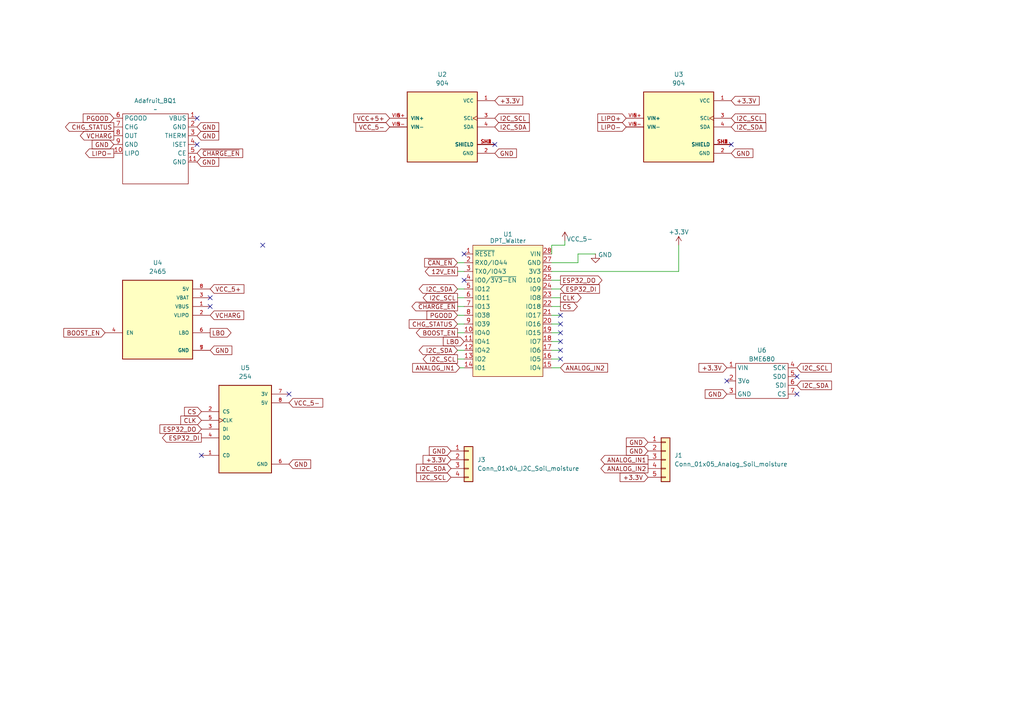
<source format=kicad_sch>
(kicad_sch (version 20231120) (generator "eeschema") (generator_version "8.0")
  (paper "A4")
  (lib_symbols
    (symbol "Adafruit_INA219:904" (pin_names (offset 1.016))
      (property "Reference" "U" (at -10.16 10.922 0))
      (property "Value" "904" (at -10.16 -12.7 0))
      (symbol "904_0_0"
        (rectangle (start -10.16 -10.16) (end 10.16 10.16) (stroke (width 0.254)) (fill (type background)))
        (pin power_in line (at 15.24 7.62 180) (length 5.08) (name "VCC") (number "1"))
        (pin power_in line (at 15.24 -7.62 180) (length 5.08) (name "GND") (number "2"))
        (pin input clock (at 15.24 2.54 180) (length 5.08) (name "SCL") (number "3"))
        (pin bidirectional line (at 15.24 0 180) (length 5.08) (name "SDA") (number "4"))
        (pin input line (at -15.24 0 0) (length 5.08) (name "VIN-") (number "5"))
        (pin input line (at -15.24 2.54 0) (length 5.08) (name "VIN+") (number "6"))
        (pin passive line (at 15.24 -5.08 180) (length 5.08) (name "SHIELD") (number "SH1"))
        (pin passive line (at 15.24 -5.08 180) (length 5.08) (name "SHIELD") (number "SH2"))
        (pin passive line (at 15.24 -5.08 180) (length 5.08) (name "SHIELD") (number "SH3"))
        (pin passive line (at 15.24 -5.08 180) (length 5.08) (name "SHIELD") (number "SH4"))
        (pin input line (at -15.24 2.54 0) (length 5.08) (name "VIN+") (number "VIN+"))
        (pin input line (at -15.24 0 0) (length 5.08) (name "VIN-") (number "VIN-"))
      )
    )
    (symbol "Adafruit_Powerboost1000:2465" (pin_names (offset 1.016))
      (property "Reference" "U" (at -10.16 10.795 0))
      (property "Value" "2465" (at -10.16 -15.24 0))
      (symbol "2465_0_0"
        (rectangle (start -10.16 -12.7) (end 10.16 10.16) (stroke (width 0.254)) (fill (type background)))
        (pin power_in line (at 15.24 2.54 180) (length 5.08) (name "VBUS") (number "1"))
        (pin power_in line (at 15.24 0 180) (length 5.08) (name "VLIPO") (number "2"))
        (pin power_in line (at 15.24 5.08 180) (length 5.08) (name "VBAT") (number "3"))
        (pin input line (at -15.24 -5.08 0) (length 5.08) (name "EN") (number "4"))
        (pin power_in line (at 15.24 -10.16 180) (length 5.08) (name "GND") (number "5"))
        (pin output line (at 15.24 -5.08 180) (length 5.08) (name "LBO") (number "6"))
        (pin power_in line (at 15.24 -10.16 180) (length 5.08) (name "GND") (number "7"))
        (pin power_in line (at 15.24 7.62 180) (length 5.08) (name "5V") (number "8"))
      )
    )
    (symbol "Adafruit_microSD:254" (pin_names (offset 1.016))
      (property "Reference" "U" (at -7.62 13.462 0))
      (property "Value" "254" (at -7.62 -15.24 0))
      (symbol "254_0_0"
        (rectangle (start -7.62 -12.7) (end 7.62 12.7) (stroke (width 0.254)) (fill (type background)))
        (pin bidirectional line (at -12.7 -7.62 0) (length 5.08) (name "CD") (number "1"))
        (pin input line (at -12.7 5.08 0) (length 5.08) (name "CS") (number "2"))
        (pin input line (at -12.7 0 0) (length 5.08) (name "DI") (number "3"))
        (pin output line (at -12.7 -2.54 0) (length 5.08) (name "DO") (number "4"))
        (pin input clock (at -12.7 2.54 0) (length 5.08) (name "CLK") (number "5"))
        (pin power_in line (at 12.7 -10.16 180) (length 5.08) (name "GND") (number "6"))
        (pin power_in line (at 12.7 10.16 180) (length 5.08) (name "3V") (number "7"))
        (pin power_in line (at 12.7 7.62 180) (length 5.08) (name "5V") (number "8"))
      )
    )
    (symbol "Connector_Generic:Conn_01x04" (pin_names (offset 1.016) hide)
      (property "Reference" "J" (at 0 5.08 0))
      (property "Value" "Conn_01x04" (at 0 -7.62 0))
      (symbol "Conn_01x04_1_1"
        (rectangle (start -1.27 -4.953) (end 0 -5.207) (stroke (width 0.1524)))
        (rectangle (start -1.27 -2.413) (end 0 -2.667) (stroke (width 0.1524)))
        (rectangle (start -1.27 0.127) (end 0 -0.127) (stroke (width 0.1524)))
        (rectangle (start -1.27 2.667) (end 0 2.413) (stroke (width 0.1524)))
        (rectangle (start -1.27 3.81) (end 1.27 -6.35) (stroke (width 0.254)) (fill (type background)))
        (pin passive line (at -5.08 2.54 0) (length 3.81) (name "Pin_1") (number "1"))
        (pin passive line (at -5.08 0 0) (length 3.81) (name "Pin_2") (number "2"))
        (pin passive line (at -5.08 -2.54 0) (length 3.81) (name "Pin_3") (number "3"))
        (pin passive line (at -5.08 -5.08 0) (length 3.81) (name "Pin_4") (number "4"))
      )
    )
    (symbol "Connector_Generic:Conn_01x05" (pin_names (offset 1.016) hide)
      (property "Reference" "J" (at 0 7.62 0))
      (property "Value" "Conn_01x05" (at 0 -7.62 0))
      (symbol "Conn_01x05_1_1"
        (rectangle (start -1.27 -4.953) (end 0 -5.207) (stroke (width 0.1524)))
        (rectangle (start -1.27 -2.413) (end 0 -2.667) (stroke (width 0.1524)))
        (rectangle (start -1.27 0.127) (end 0 -0.127) (stroke (width 0.1524)))
        (rectangle (start -1.27 2.667) (end 0 2.413) (stroke (width 0.1524)))
        (rectangle (start -1.27 5.207) (end 0 4.953) (stroke (width 0.1524)))
        (rectangle (start -1.27 6.35) (end 1.27 -6.35) (stroke (width 0.254)) (fill (type background)))
        (pin passive line (at -5.08 5.08 0) (length 3.81) (name "Pin_1") (number "1"))
        (pin passive line (at -5.08 2.54 0) (length 3.81) (name "Pin_2") (number "2"))
        (pin passive line (at -5.08 0 0) (length 3.81) (name "Pin_3") (number "3"))
        (pin passive line (at -5.08 -2.54 0) (length 3.81) (name "Pin_4") (number "4"))
        (pin passive line (at -5.08 -5.08 0) (length 3.81) (name "Pin_5") (number "5"))
      )
    )
    (symbol "adafruit_custom:Adafruit_BME680"
      (property "Reference" "U" (at 0 0 0))
      (symbol "Adafruit_BME680_0_1"
        (rectangle (start -7.62 5.08) (end 7.62 -5.08))
      )
      (symbol "Adafruit_BME680_1_1"
        (pin input line (at -10.16 3.81 0) (length 2.54) (name "VIN") (number "1"))
        (pin input line (at -10.16 0 0) (length 2.54) (name "3Vo") (number "2"))
        (pin input line (at -10.16 -3.81 0) (length 2.54) (name "GND") (number "3"))
        (pin input line (at 10.16 3.81 180) (length 2.54) (name "SCK") (number "4"))
        (pin output line (at 10.16 1.27 180) (length 2.54) (name "SDO") (number "5"))
        (pin input line (at 10.16 -1.27 180) (length 2.54) (name "SDI") (number "6"))
        (pin input line (at 10.16 -3.81 180) (length 2.54) (name "CS") (number "7"))
      )
    )
    (symbol "adafruit_custom:Adafruit_BQ24074"
      (property "Reference" "Adafruit_BQ24074" (at -0.762 -9.398 0))
      (symbol "Adafruit_BQ24074_0_1"
        (rectangle (start -10.16 8.89) (end 8.89 -11.43))
      )
      (symbol "Adafruit_BQ24074_1_1"
        (pin input line (at 11.43 7.62 180) (length 2.54) (name "VBUS") (number "1"))
        (pin input line (at -12.7 -2.54 0) (length 2.54) (name "LIPO") (number "10"))
        (pin input line (at 11.43 -5.08 180) (length 2.54) (name "GND") (number "11"))
        (pin input line (at 11.43 5.08 180) (length 2.54) (name "GND") (number "2"))
        (pin input line (at 11.43 2.54 180) (length 2.54) (name "THERM") (number "3"))
        (pin input line (at 11.43 0 180) (length 2.54) (name "ISET") (number "4"))
        (pin input line (at 11.43 -2.54 180) (length 2.54) (name "CE") (number "5"))
        (pin output line (at -12.7 7.62 0) (length 2.54) (name "PGOOD") (number "6"))
        (pin output line (at -12.7 5.08 0) (length 2.54) (name "CHG") (number "7"))
        (pin output line (at -12.7 2.54 0) (length 2.54) (name "OUT") (number "8"))
        (pin input line (at -12.7 0 0) (length 2.54) (name "GND") (number "9"))
      )
    )
    (symbol "power:+3.3V" (power) (pin_names (offset 0))
      (property "Value" "+3.3V" (at 0 3.556 0))
      (symbol "+3.3V_0_1"
        (polyline (pts (xy -0.762 1.27) (xy 0 2.54)))
        (polyline (pts (xy 0 0) (xy 0 2.54)))
        (polyline (pts (xy 0 2.54) (xy 0.762 1.27)))
      )
      (symbol "+3.3V_1_1"
        (pin power_in line (at 0 0 90) (length 0) hide (name "+3.3V") (number "1"))
      )
    )
    (symbol "power:+5V" (power) (pin_names (offset 0))
      (property "Value" "+5V" (at 0 3.556 0))
      (symbol "+5V_0_1"
        (polyline (pts (xy -0.762 1.27) (xy 0 2.54)))
        (polyline (pts (xy 0 0) (xy 0 2.54)))
        (polyline (pts (xy 0 2.54) (xy 0.762 1.27)))
      )
      (symbol "+5V_1_1"
        (pin power_in line (at 0 0 90) (length 0) hide (name "+5V") (number "1"))
      )
    )
    (symbol "power:GND" (power) (pin_numbers hide) (pin_names (offset 0) hide)
      (property "Value" "GND" (at 0 -3.81 0))
      (symbol "GND_0_1"
        (polyline (pts (xy 0 0) (xy 0 -1.27) (xy 1.27 -1.27) (xy 0 -2.54) (xy -1.27 -1.27) (xy 0 -1.27)))
      )
      (symbol "GND_1_1"
        (pin power_in line (at 0 0 270) (length 0) (name "~") (number "1"))
      )
    )
    (symbol "walter:DPT_Walter"
      (property "Reference" "U" (at 0 20.955 0))
      (property "Value" "DPT_Walter" (at 0 19.05 0))
      (symbol "DPT_Walter_0_1"
        (rectangle (start -10.16 17.78) (end 10.16 -20.32) (stroke (width 0.1524)) (fill (type background)))
      )
      (symbol "DPT_Walter_1_1"
        (pin input line (at -12.7 15.24 0) (length 2.54) (name "~{RESET}") (number "1"))
        (pin input line (at -12.7 -7.62 0) (length 2.54) (name "IO40") (number "10"))
        (pin bidirectional line (at -12.7 -10.16 0) (length 2.54) (name "IO41") (number "11"))
        (pin bidirectional line (at -12.7 -12.7 0) (length 2.54) (name "IO42") (number "12"))
        (pin bidirectional line (at -12.7 -15.24 0) (length 2.54) (name "IO2") (number "13"))
        (pin bidirectional line (at -12.7 -17.78 0) (length 2.54) (name "IO1") (number "14"))
        (pin bidirectional line (at 12.7 -17.78 180) (length 2.54) (name "IO4") (number "15"))
        (pin bidirectional line (at 12.7 -15.24 180) (length 2.54) (name "IO5") (number "16"))
        (pin bidirectional line (at 12.7 -12.7 180) (length 2.54) (name "IO6") (number "17"))
        (pin bidirectional line (at 12.7 -10.16 180) (length 2.54) (name "IO7") (number "18"))
        (pin bidirectional line (at 12.7 -7.62 180) (length 2.54) (name "IO15") (number "19"))
        (pin bidirectional line (at -12.7 12.7 0) (length 2.54) (name "RX0/IO44") (number "2"))
        (pin bidirectional line (at 12.7 -5.08 180) (length 2.54) (name "IO16") (number "20"))
        (pin bidirectional line (at 12.7 -2.54 180) (length 2.54) (name "IO17") (number "21"))
        (pin bidirectional line (at 12.7 0 180) (length 2.54) (name "IO18") (number "22"))
        (pin bidirectional line (at 12.7 2.54 180) (length 2.54) (name "IO8") (number "23"))
        (pin bidirectional line (at 12.7 5.08 180) (length 2.54) (name "IO9") (number "24"))
        (pin bidirectional line (at 12.7 7.62 180) (length 2.54) (name "IO10") (number "25"))
        (pin power_out line (at 12.7 10.16 180) (length 2.54) (name "3V3") (number "26"))
        (pin power_in line (at 12.7 12.7 180) (length 2.54) (name "GND") (number "27"))
        (pin power_in line (at 12.7 15.24 180) (length 2.54) (name "VIN") (number "28"))
        (pin bidirectional line (at -12.7 10.16 0) (length 2.54) (name "TX0/IO43") (number "3"))
        (pin bidirectional line (at -12.7 7.62 0) (length 2.54) (name "IO0/~{3V3-EN}") (number "4"))
        (pin bidirectional line (at -12.7 5.08 0) (length 2.54) (name "IO12") (number "5"))
        (pin bidirectional line (at -12.7 2.54 0) (length 2.54) (name "IO11") (number "6"))
        (pin bidirectional line (at -12.7 0 0) (length 2.54) (name "IO13") (number "7"))
        (pin bidirectional line (at -12.7 -2.54 0) (length 2.54) (name "IO38") (number "8"))
        (pin bidirectional line (at -12.7 -5.08 0) (length 2.54) (name "IO39") (number "9"))
      )
    )
  )
  (no_connect (at 231.14 109.22))
  (no_connect (at 60.96 88.9))
  (no_connect (at 134.62 81.28))
  (no_connect (at 162.56 96.52))
  (no_connect (at 60.96 86.36))
  (no_connect (at 76.2 71.12))
  (no_connect (at 162.56 99.06))
  (no_connect (at 162.56 91.44))
  (no_connect (at 231.14 114.3))
  (no_connect (at 83.82 114.3))
  (no_connect (at 57.15 34.29))
  (no_connect (at 162.56 93.98))
  (no_connect (at 162.56 101.6))
  (no_connect (at 143.51 41.91))
  (no_connect (at 134.62 73.66))
  (no_connect (at 210.82 110.49))
  (no_connect (at 57.15 41.91))
  (no_connect (at 58.42 132.08))
  (no_connect (at 162.56 104.14))
  (no_connect (at 212.09 41.91))
  (wire (pts (xy 163.83 69.85) (xy 163.83 71.12)))
  (wire (pts (xy 132.715 76.2) (xy 134.62 76.2)))
  (wire (pts (xy 160.02 81.28) (xy 162.56 81.28)))
  (wire (pts (xy 160.02 91.44) (xy 162.56 91.44)))
  (wire (pts (xy 160.02 99.06) (xy 162.56 99.06)))
  (wire (pts (xy 160.02 71.12) (xy 160.02 73.66)))
  (wire (pts (xy 160.02 106.68) (xy 162.56 106.68)))
  (wire (pts (xy 196.85 71.12) (xy 196.85 78.74)))
  (wire (pts (xy 160.02 83.82) (xy 162.56 83.82)))
  (wire (pts (xy 132.715 96.52) (xy 134.62 96.52)))
  (wire (pts (xy 132.715 91.44) (xy 134.62 91.44)))
  (wire (pts (xy 132.715 86.36) (xy 134.62 86.36)))
  (wire (pts (xy 133.35 106.68) (xy 134.62 106.68)))
  (wire (pts (xy 132.715 83.82) (xy 134.62 83.82)))
  (wire (pts (xy 132.715 93.98) (xy 134.62 93.98)))
  (wire (pts (xy 172.72 73.66) (xy 167.64 73.66)))
  (wire (pts (xy 132.715 88.9) (xy 134.62 88.9)))
  (wire (pts (xy 160.02 101.6) (xy 162.56 101.6)))
  (wire (pts (xy 167.64 76.2) (xy 160.02 76.2)))
  (wire (pts (xy 160.02 78.74) (xy 196.85 78.74)))
  (wire (pts (xy 132.715 101.6) (xy 134.62 101.6)))
  (wire (pts (xy 132.715 104.14) (xy 134.62 104.14)))
  (wire (pts (xy 160.02 96.52) (xy 162.56 96.52)))
  (wire (pts (xy 132.715 78.74) (xy 134.62 78.74)))
  (wire (pts (xy 160.02 86.36) (xy 162.56 86.36)))
  (wire (pts (xy 163.83 71.12) (xy 160.02 71.12)))
  (wire (pts (xy 160.02 104.14) (xy 162.56 104.14)))
  (wire (pts (xy 160.02 88.9) (xy 162.56 88.9)))
  (wire (pts (xy 167.64 73.66) (xy 167.64 76.2)))
  (wire (pts (xy 160.02 93.98) (xy 162.56 93.98)))
  (global_label "~{CAN_EN}" (shape input) (at 132.715 76.2 180) (property "Intersheetrefs" "${INTERSHEET_REFS}" (effects (hide yes))))
  (global_label "GND" (shape input) (at 57.15 46.99 0) (property "Intersheetrefs" "${INTERSHEET_REFS}" (effects (hide yes))))
  (global_label "LBO" (shape output) (at 60.96 96.52 0) (property "Intersheetrefs" "${INTERSHEET_REFS}" (effects (hide yes))))
  (global_label "VCHARG" (shape input) (at 60.96 91.44 0) (property "Intersheetrefs" "${INTERSHEET_REFS}" (effects (hide yes))))
  (global_label "CS" (shape input) (at 58.42 119.38 180) (property "Intersheetrefs" "${INTERSHEET_REFS}" (effects (hide yes))))
  (global_label "I2C_SDA" (shape bidirectional) (at 132.715 101.6 180) (property "Intersheetrefs" "${INTERSHEET_REFS}" (effects (hide yes))))
  (global_label "GND" (shape input) (at 83.82 134.62 0) (property "Intersheetrefs" "${INTERSHEET_REFS}" (effects (hide yes))))
  (global_label "I2C_SDA" (shape bidirectional) (at 132.715 83.82 180) (property "Intersheetrefs" "${INTERSHEET_REFS}" (effects (hide yes))))
  (global_label "+3.3V" (shape input) (at 187.96 138.43 180) (property "Intersheetrefs" "${INTERSHEET_REFS}" (effects (hide yes))))
  (global_label "ESP32_DO" (shape input) (at 58.42 124.46 180) (property "Intersheetrefs" "${INTERSHEET_REFS}" (effects (hide yes))))
  (global_label "GND" (shape input) (at 187.96 130.81 180) (property "Intersheetrefs" "${INTERSHEET_REFS}" (effects (hide yes))))
  (global_label "ESP32_DI" (shape output) (at 58.42 127 180) (property "Intersheetrefs" "${INTERSHEET_REFS}" (effects (hide yes))))
  (global_label "BOOST_EN" (shape output) (at 132.715 96.52 180) (property "Intersheetrefs" "${INTERSHEET_REFS}" (effects (hide yes))))
  (global_label "ANALOG_IN2" (shape input) (at 162.56 106.68 0) (property "Intersheetrefs" "${INTERSHEET_REFS}" (effects (hide yes))))
  (global_label "ESP32_DO" (shape output) (at 162.56 81.28 0) (property "Intersheetrefs" "${INTERSHEET_REFS}" (effects (hide yes))))
  (global_label "GND" (shape input) (at 212.09 44.45 0) (property "Intersheetrefs" "${INTERSHEET_REFS}" (effects (hide yes))))
  (global_label "LIPO-" (shape output) (at 33.02 44.45 180) (property "Intersheetrefs" "${INTERSHEET_REFS}" (effects (hide yes))))
  (global_label "PGOOD" (shape input) (at 132.715 91.44 180) (property "Intersheetrefs" "${INTERSHEET_REFS}" (effects (hide yes))))
  (global_label "+3.3V" (shape input) (at 212.09 29.21 0) (property "Intersheetrefs" "${INTERSHEET_REFS}" (effects (hide yes))))
  (global_label "I2C_SDA" (shape input) (at 212.09 36.83 0) (property "Intersheetrefs" "${INTERSHEET_REFS}" (effects (hide yes))))
  (global_label "CLK" (shape output) (at 162.56 86.36 0) (property "Intersheetrefs" "${INTERSHEET_REFS}" (effects (hide yes))))
  (global_label "LBO" (shape input) (at 134.62 99.06 180) (property "Intersheetrefs" "${INTERSHEET_REFS}" (effects (hide yes))))
  (global_label "I2C_SCL" (shape input) (at 231.14 106.68 0) (property "Intersheetrefs" "${INTERSHEET_REFS}" (effects (hide yes))))
  (global_label "VCHARG" (shape output) (at 33.02 39.37 180) (property "Intersheetrefs" "${INTERSHEET_REFS}" (effects (hide yes))))
  (global_label "VCC+5+" (shape input) (at 113.03 34.29 180) (property "Intersheetrefs" "${INTERSHEET_REFS}" (effects (hide yes))))
  (global_label "GND" (shape input) (at 33.02 41.91 180) (property "Intersheetrefs" "${INTERSHEET_REFS}" (effects (hide yes))))
  (global_label "I2C_SDA" (shape input) (at 231.14 111.76 0) (property "Intersheetrefs" "${INTERSHEET_REFS}" (effects (hide yes))))
  (global_label "VCC_5+" (shape input) (at 60.96 83.82 0) (property "Intersheetrefs" "${INTERSHEET_REFS}" (effects (hide yes))))
  (global_label "I2C_SCL" (shape output) (at 132.715 86.36 180) (property "Intersheetrefs" "${INTERSHEET_REFS}" (effects (hide yes))))
  (global_label "+3.3V" (shape input) (at 143.51 29.21 0) (property "Intersheetrefs" "${INTERSHEET_REFS}" (effects (hide yes))))
  (global_label "LIPO-" (shape input) (at 181.61 36.83 180) (property "Intersheetrefs" "${INTERSHEET_REFS}" (effects (hide yes))))
  (global_label "I2C_SDA" (shape input) (at 130.81 135.89 180) (property "Intersheetrefs" "${INTERSHEET_REFS}" (effects (hide yes))))
  (global_label "ANALOG_IN2" (shape output) (at 187.96 135.89 180) (property "Intersheetrefs" "${INTERSHEET_REFS}" (effects (hide yes))))
  (global_label "~{CHARGE_EN}" (shape output) (at 132.715 88.9 180) (property "Intersheetrefs" "${INTERSHEET_REFS}" (effects (hide yes))))
  (global_label "VCC_5-" (shape input) (at 113.03 36.83 180) (property "Intersheetrefs" "${INTERSHEET_REFS}" (effects (hide yes))))
  (global_label "I2C_SCL" (shape input) (at 212.09 34.29 0) (property "Intersheetrefs" "${INTERSHEET_REFS}" (effects (hide yes))))
  (global_label "ANALOG_IN1" (shape input) (at 133.35 106.68 180) (property "Intersheetrefs" "${INTERSHEET_REFS}" (effects (hide yes))))
  (global_label "LIPO+" (shape input) (at 181.61 34.29 180) (property "Intersheetrefs" "${INTERSHEET_REFS}" (effects (hide yes))))
  (global_label "GND" (shape input) (at 187.96 128.27 180) (property "Intersheetrefs" "${INTERSHEET_REFS}" (effects (hide yes))))
  (global_label "GND" (shape input) (at 143.51 44.45 0) (property "Intersheetrefs" "${INTERSHEET_REFS}" (effects (hide yes))))
  (global_label "CS" (shape output) (at 162.56 88.9 0) (property "Intersheetrefs" "${INTERSHEET_REFS}" (effects (hide yes))))
  (global_label "I2C_SCL" (shape input) (at 143.51 34.29 0) (property "Intersheetrefs" "${INTERSHEET_REFS}" (effects (hide yes))))
  (global_label "GND" (shape input) (at 57.15 36.83 0) (property "Intersheetrefs" "${INTERSHEET_REFS}" (effects (hide yes))))
  (global_label "12V_EN" (shape output) (at 132.715 78.74 180) (property "Intersheetrefs" "${INTERSHEET_REFS}" (effects (hide yes))))
  (global_label "+3.3V" (shape input) (at 130.81 133.35 180) (property "Intersheetrefs" "${INTERSHEET_REFS}" (effects (hide yes))))
  (global_label "GND" (shape input) (at 60.96 101.6 0) (property "Intersheetrefs" "${INTERSHEET_REFS}" (effects (hide yes))))
  (global_label "ANALOG_IN1" (shape output) (at 187.96 133.35 180) (property "Intersheetrefs" "${INTERSHEET_REFS}" (effects (hide yes))))
  (global_label "CHG_STATUS" (shape output) (at 33.02 36.83 180) (property "Intersheetrefs" "${INTERSHEET_REFS}" (effects (hide yes))))
  (global_label "CLK" (shape input) (at 58.42 121.92 180) (property "Intersheetrefs" "${INTERSHEET_REFS}" (effects (hide yes))))
  (global_label "ESP32_DI" (shape input) (at 162.56 83.82 0) (property "Intersheetrefs" "${INTERSHEET_REFS}" (effects (hide yes))))
  (global_label "VCC_5-" (shape input) (at 83.82 116.84 0) (property "Intersheetrefs" "${INTERSHEET_REFS}" (effects (hide yes))))
  (global_label "GND" (shape input) (at 57.15 39.37 0) (property "Intersheetrefs" "${INTERSHEET_REFS}" (effects (hide yes))))
  (global_label "I2C_SCL" (shape input) (at 130.81 138.43 180) (property "Intersheetrefs" "${INTERSHEET_REFS}" (effects (hide yes))))
  (global_label "I2C_SCL" (shape output) (at 132.715 104.14 180) (property "Intersheetrefs" "${INTERSHEET_REFS}" (effects (hide yes))))
  (global_label "GND" (shape input) (at 130.81 130.81 180) (property "Intersheetrefs" "${INTERSHEET_REFS}" (effects (hide yes))))
  (global_label "~{CHARGE_EN}" (shape input) (at 57.15 44.45 0) (property "Intersheetrefs" "${INTERSHEET_REFS}" (effects (hide yes))))
  (global_label "PGOOD" (shape input) (at 33.02 34.29 180) (property "Intersheetrefs" "${INTERSHEET_REFS}" (effects (hide yes))))
  (global_label "CHG_STATUS" (shape input) (at 132.715 93.98 180) (property "Intersheetrefs" "${INTERSHEET_REFS}" (effects (hide yes))))
  (global_label "GND" (shape input) (at 210.82 114.3 180) (property "Intersheetrefs" "${INTERSHEET_REFS}" (effects (hide yes))))
  (global_label "BOOST_EN" (shape input) (at 30.48 96.52 180) (property "Intersheetrefs" "${INTERSHEET_REFS}" (effects (hide yes))))
  (global_label "I2C_SDA" (shape input) (at 143.51 36.83 0) (property "Intersheetrefs" "${INTERSHEET_REFS}" (effects (hide yes))))
  (global_label "+3.3V" (shape input) (at 210.82 106.68 180) (property "Intersheetrefs" "${INTERSHEET_REFS}" (effects (hide yes))))
  (symbol (lib_id "power:GND") (at 172.72 73.66 0) (unit 1)
    (property "Reference" "#PWR01" (effects (hide yes)))
    (property "Value" "GND" (at 175.514 73.914 0))
    (property "Description" "Power symbol creates a global label with name \"GND\" , ground" (effects (hide yes)))
  )
  (symbol (lib_id "Adafruit_INA219:904") (at 196.85 36.83 0) (unit 1)
    (property "Reference" "U3" (at 196.85 21.59 0))
    (property "Value" "904" (at 196.85 24.13 0))
    (property "Footprint" "Adafruit_INA219:MODULE_904" (effects (hide yes)))
    (property "MF" "Adafruit Industries" (effects (hide yes)))
    (property "Description_1" "\n                        \n                            INA219 High Side DC Current Sensor Breakout - 26V ±3.2A Max - STEMMA QT\n                        \n" (effects (hide yes)))
    (property "Package" "NON-STANDARD-8 ADAFRUIT" (effects (hide yes)))
    (property "Price" "None" (effects (hide yes)))
    (property "Check_prices" "https://www.snapeda.com/parts/904/Adafruit+Industries/view-part/?ref=eda" (effects (hide yes)))
    (property "STANDARD" "Manufacturer Recommendations" (effects (hide yes)))
    (property "PARTREV" "C" (effects (hide yes)))
    (property "SnapEDA_Link" "https://www.snapeda.com/parts/904/Adafruit+Industries/view-part/?ref=snap" (effects (hide yes)))
    (property "MP" "904" (effects (hide yes)))
    (property "Availability" "In Stock" (effects (hide yes)))
    (property "MANUFACTURER" "Adafruit Industries LLC" (effects (hide yes)))
  )
  (symbol (lib_id "Adafruit_microSD:254") (at 71.12 124.46 0) (unit 1)
    (property "Reference" "U5" (at 71.12 106.68 0))
    (property "Value" "254" (at 71.12 109.22 0))
    (property "Footprint" "Adafruit_MicroSD:MODULE_254" (effects (hide yes)))
    (property "MF" "Adafruit" (effects (hide yes)))
    (property "MAXIMUM_PACKAGE_HEIGHT" "3.75 mm" (effects (hide yes)))
    (property "Package" "NON STANDARD Adafruit" (effects (hide yes)))
    (property "Price" "None" (effects (hide yes)))
    (property "Check_prices" "https://www.snapeda.com/parts/254/Adafruit+Industries/view-part/?ref=eda" (effects (hide yes)))
    (property "STANDARD" "Manufacturer Recommendations" (effects (hide yes)))
    (property "PARTREV" "Jul 31, 2013" (effects (hide yes)))
    (property "SnapEDA_Link" "https://www.snapeda.com/parts/254/Adafruit+Industries/view-part/?ref=snap" (effects (hide yes)))
    (property "MP" "254" (effects (hide yes)))
    (property "Description_1" "\n                        \n                            MicroSD card breakout board+ | Adafruit Industries 254\n                        \n" (effects (hide yes)))
    (property "Availability" "Not in stock" (effects (hide yes)))
    (property "MANUFACTURER" "Adafruit Industries" (effects (hide yes)))
  )
  (symbol (lib_id "Adafruit_Powerboost1000:2465") (at 45.72 91.44 0) (unit 1)
    (property "Reference" "U4" (at 45.72 76.2 0))
    (property "Value" "2465" (at 45.72 78.74 0))
    (property "Footprint" "Adafruit_Powerboost1000:MODULE_2465" (effects (hide yes)))
    (property "MF" "Adafruit Industries" (effects (hide yes)))
    (property "MAXIMUM_PACKAGE_HEIGHT" "10.16 mm" (effects (hide yes)))
    (property "Package" "None" (effects (hide yes)))
    (property "Price" "None" (effects (hide yes)))
    (property "Check_prices" "https://www.snapeda.com/parts/2465/Adafruit+Industries/view-part/?ref=eda" (effects (hide yes)))
    (property "STANDARD" "Manufacturer Recommendations" (effects (hide yes)))
    (property "PARTREV" "B" (effects (hide yes)))
    (property "SnapEDA_Link" "https://www.snapeda.com/parts/2465/Adafruit+Industries/view-part/?ref=snap" (effects (hide yes)))
    (property "MP" "2465" (effects (hide yes)))
    (property "Description_1" "\n                        \n                            PowerBoost 1000 Charger - Rechargeable 5V Lipo USB Boost at 1A - 1000C\n                        \n" (effects (hide yes)))
    (property "Availability" "In Stock" (effects (hide yes)))
    (property "MANUFACTURER" "Adafruit" (effects (hide yes)))
  )
  (symbol (lib_id "Connector_Generic:Conn_01x04") (at 135.89 133.35 0) (unit 1)
    (property "Reference" "J3" (at 138.43 133.3499 0) (effects (justify left)))
    (property "Value" "Conn_01x04_I2C_Soil_moisture" (at 138.43 135.8899 0) (effects (justify left)))
    (property "Footprint" "Connector_PinHeader_2.54mm:PinHeader_1x04_P2.54mm_Vertical" (effects (hide yes)))
    (property "Description" "Generic connector, single row, 01x04, script generated (kicad-library-utils/schlib/autogen/connector/)" (effects (hide yes)))
  )
  (symbol (lib_id "Connector_Generic:Conn_01x05") (at 193.04 133.35 0) (unit 1)
    (property "Reference" "J1" (at 195.58 132.0799 0) (effects (justify left)))
    (property "Value" "Conn_01x05_Analog_Soil_moisture" (at 195.58 134.6199 0) (effects (justify left)))
    (property "Footprint" "Connector_PinHeader_2.54mm:PinHeader_1x05_P2.54mm_Vertical" (effects (hide yes)))
    (property "Description" "Generic connector, single row, 01x05, script generated (kicad-library-utils/schlib/autogen/connector/)" (effects (hide yes)))
  )
  (symbol (lib_id "adafruit_custom:Adafruit_BME680") (at 220.98 110.49 0) (unit 1)
    (property "Reference" "U6" (at 220.98 101.6 0))
    (property "Value" "BME680" (at 220.98 104.14 0))
    (property "Footprint" "Adafruit_BME680:Adafruit_BME680_throughole" (effects (hide yes)))
  )
  (symbol (lib_id "walter:DPT_Walter") (at 147.32 88.9 0) (unit 1)
    (property "Reference" "U1" (at 147.32 67.945 0))
    (property "Value" "DPT_Walter" (at 147.32 69.85 0))
    (property "Footprint" "walter:walter-solder" (effects (hide yes)))
    (property "Datasheet" "https://quickspot.io/datasheet/walter_datasheet_v0.3.pdf" (effects (hide yes)))
  )
  (symbol (lib_id "power:+5V") (at 163.83 69.85 0) (mirror y) (unit 1)
    (property "Reference" "#PWR02" (effects (hide yes)))
    (property "Value" "VCC_5-" (at 168.148 69.342 0))
  )
  (symbol (lib_id "Adafruit_INA219:904") (at 128.27 36.83 0) (unit 1)
    (property "Reference" "U2" (at 128.27 21.59 0))
    (property "Value" "904" (at 128.27 24.13 0))
    (property "Footprint" "Adafruit_INA219:MODULE_904" (effects (hide yes)))
    (property "MF" "Adafruit Industries" (effects (hide yes)))
    (property "Description_1" "\n                        \n                            INA219 High Side DC Current Sensor Breakout - 26V ±3.2A Max - STEMMA QT\n                        \n" (effects (hide yes)))
    (property "Package" "NON-STANDARD-8 ADAFRUIT" (effects (hide yes)))
    (property "Price" "None" (effects (hide yes)))
    (property "Check_prices" "https://www.snapeda.com/parts/904/Adafruit+Industries/view-part/?ref=eda" (effects (hide yes)))
    (property "STANDARD" "Manufacturer Recommendations" (effects (hide yes)))
    (property "PARTREV" "C" (effects (hide yes)))
    (property "SnapEDA_Link" "https://www.snapeda.com/parts/904/Adafruit+Industries/view-part/?ref=snap" (effects (hide yes)))
    (property "MP" "904" (effects (hide yes)))
    (property "Availability" "In Stock" (effects (hide yes)))
    (property "MANUFACTURER" "Adafruit Industries LLC" (effects (hide yes)))
  )
  (symbol (lib_id "power:+3.3V") (at 196.85 71.12 0) (mirror y) (unit 1)
    (property "Reference" "#PWR04" (effects (hide yes)))
    (property "Value" "+3.3V" (at 196.85 67.31 0))
  )
  (symbol (lib_id "adafruit_custom:Adafruit_BQ24074") (at 45.72 41.91 0) (unit 1)
    (property "Reference" "Adafruit_BQ1" (at 45.085 29.21 0))
    (property "Value" "~" (at 45.085 31.75 0))
    (property "Footprint" "Adafruit_BQ24074:Adafruit_BQ24074" (effects (hide yes)))
  )
)
</source>
